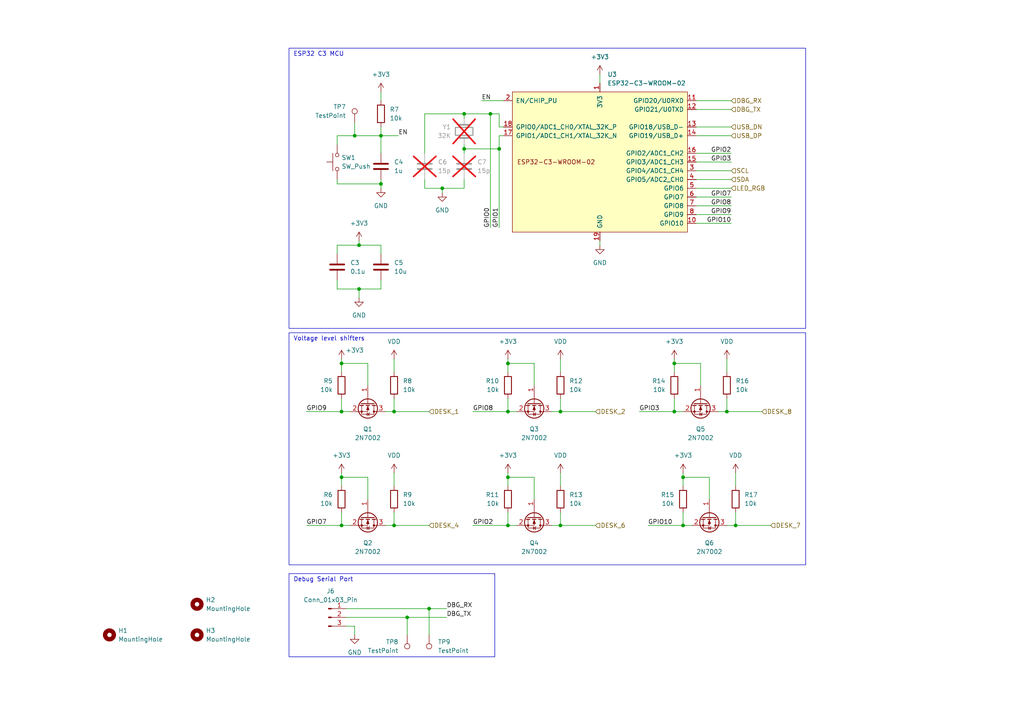
<source format=kicad_sch>
(kicad_sch (version 20231120) (generator "eeschema") (generator_version "8.0")
  (paper "A4")
  (title_block (title "(Risky) Upsy Desky") (date "2023-12-25") (rev "v2.0") (company "Petr Hodina"))
  (lib_symbols
    (symbol "+3V3_3" (power) (pin_names (offset 0))
      (property "Value" "+3V3_3" (at 0 3.556 0))
      (symbol "+3V3_3_0_1"
        (polyline (pts (xy -0.762 1.27) (xy 0 2.54)))
        (polyline (pts (xy 0 0) (xy 0 2.54)))
        (polyline (pts (xy 0 2.54) (xy 0.762 1.27)))
      )
      (symbol "+3V3_3_1_1"
        (pin power_in line (at 0 0 90) (length 0) hide (name "+3V3") (number "1"))
      )
    )
    (symbol "Connector:Conn_01x03_Pin" (pin_names (offset 1.016) hide)
      (property "Reference" "J" (at 0 5.08 0))
      (property "Value" "Conn_01x03_Pin" (at 0 -5.08 0))
      (symbol "Conn_01x03_Pin_1_1"
        (polyline (pts (xy 1.27 -2.54) (xy 0.8636 -2.54)) (stroke (width 0.1524)))
        (polyline (pts (xy 1.27 0) (xy 0.8636 0)) (stroke (width 0.1524)))
        (polyline (pts (xy 1.27 2.54) (xy 0.8636 2.54)) (stroke (width 0.1524)))
        (rectangle (start 0.8636 -2.413) (end 0 -2.667) (stroke (width 0.1524)) (fill (type outline)))
        (rectangle (start 0.8636 0.127) (end 0 -0.127) (stroke (width 0.1524)) (fill (type outline)))
        (rectangle (start 0.8636 2.667) (end 0 2.413) (stroke (width 0.1524)) (fill (type outline)))
        (pin passive line (at 5.08 2.54 180) (length 3.81) (name "Pin_1") (number "1"))
        (pin passive line (at 5.08 0 180) (length 3.81) (name "Pin_2") (number "2"))
        (pin passive line (at 5.08 -2.54 180) (length 3.81) (name "Pin_3") (number "3"))
      )
    )
    (symbol "Connector:TestPoint" (pin_numbers hide) (pin_names (offset 0.762) hide)
      (property "Reference" "TP" (at 0 6.858 0))
      (property "Value" "TestPoint" (at 0 5.08 0))
      (symbol "TestPoint_0_1"
        (circle (center 0 3.302) (radius 0.762))
      )
      (symbol "TestPoint_1_1"
        (pin passive line (at 0 0 90) (length 2.54) (name "1") (number "1"))
      )
    )
    (symbol "Device:C" (pin_numbers hide) (pin_names (offset 0.254))
      (property "Reference" "C" (at 0.635 2.54 0))
      (property "Value" "C" (at 0.635 -2.54 0))
      (symbol "C_0_1"
        (polyline (pts (xy -2.032 -0.762) (xy 2.032 -0.762)) (stroke (width 0.508)))
        (polyline (pts (xy -2.032 0.762) (xy 2.032 0.762)) (stroke (width 0.508)))
      )
      (symbol "C_1_1"
        (pin passive line (at 0 3.81 270) (length 2.794) (name "~") (number "1"))
        (pin passive line (at 0 -3.81 90) (length 2.794) (name "~") (number "2"))
      )
    )
    (symbol "Device:Crystal" (pin_numbers hide) (pin_names (offset 1.016) hide)
      (property "Reference" "Y" (at 0 3.81 0))
      (property "Value" "Crystal" (at 0 -3.81 0))
      (symbol "Crystal_0_1"
        (rectangle (start -1.143 2.54) (end 1.143 -2.54) (stroke (width 0.3048)))
        (polyline (pts (xy -2.54 0) (xy -1.905 0)))
        (polyline (pts (xy -1.905 -1.27) (xy -1.905 1.27)) (stroke (width 0.508)))
        (polyline (pts (xy 1.905 -1.27) (xy 1.905 1.27)) (stroke (width 0.508)))
        (polyline (pts (xy 2.54 0) (xy 1.905 0)))
      )
      (symbol "Crystal_1_1"
        (pin passive line (at -3.81 0 0) (length 1.27) (name "1") (number "1"))
        (pin passive line (at 3.81 0 180) (length 1.27) (name "2") (number "2"))
      )
    )
    (symbol "Device:R" (pin_numbers hide) (pin_names (offset 0))
      (property "Reference" "R" (at 2.032 0 90))
      (property "Value" "R" (at 0 0 90))
      (symbol "R_0_1"
        (rectangle (start -1.016 -2.54) (end 1.016 2.54) (stroke (width 0.254)))
      )
      (symbol "R_1_1"
        (pin passive line (at 0 3.81 270) (length 1.27) (name "~") (number "1"))
        (pin passive line (at 0 -3.81 90) (length 1.27) (name "~") (number "2"))
      )
    )
    (symbol "GND_3" (power) (pin_names (offset 0))
      (property "Value" "GND_3" (at 0 -3.81 0))
      (symbol "GND_3_0_1"
        (polyline (pts (xy 0 0) (xy 0 -1.27) (xy 1.27 -1.27) (xy 0 -2.54) (xy -1.27 -1.27) (xy 0 -1.27)))
      )
      (symbol "GND_3_1_1"
        (pin power_in line (at 0 0 270) (length 0) hide (name "GND") (number "1"))
      )
    )
    (symbol "GND_4" (power) (pin_names (offset 0))
      (property "Value" "GND_4" (at 0 -3.81 0))
      (symbol "GND_4_0_1"
        (polyline (pts (xy 0 0) (xy 0 -1.27) (xy 1.27 -1.27) (xy 0 -2.54) (xy -1.27 -1.27) (xy 0 -1.27)))
      )
      (symbol "GND_4_1_1"
        (pin power_in line (at 0 0 270) (length 0) hide (name "GND") (number "1"))
      )
    )
    (symbol "GND_5" (power) (pin_names (offset 0))
      (property "Value" "GND_5" (at 0 -3.81 0))
      (symbol "GND_5_0_1"
        (polyline (pts (xy 0 0) (xy 0 -1.27) (xy 1.27 -1.27) (xy 0 -2.54) (xy -1.27 -1.27) (xy 0 -1.27)))
      )
      (symbol "GND_5_1_1"
        (pin power_in line (at 0 0 270) (length 0) hide (name "GND") (number "1"))
      )
    )
    (symbol "GND_6" (power) (pin_names (offset 0))
      (property "Value" "GND_6" (at 0 -3.81 0))
      (symbol "GND_6_0_1"
        (polyline (pts (xy 0 0) (xy 0 -1.27) (xy 1.27 -1.27) (xy 0 -2.54) (xy -1.27 -1.27) (xy 0 -1.27)))
      )
      (symbol "GND_6_1_1"
        (pin power_in line (at 0 0 270) (length 0) hide (name "GND") (number "1"))
      )
    )
    (symbol "Mechanical:MountingHole" (pin_names (offset 1.016))
      (property "Reference" "H" (at 0 5.08 0))
      (property "Value" "MountingHole" (at 0 3.175 0))
      (symbol "MountingHole_0_1"
        (circle (center 0 0) (radius 1.27) (stroke (width 1.27)))
      )
    )
    (symbol "PCM_Espressif:ESP32-C3-WROOM-02" (pin_names (offset 1.016))
      (property "Reference" "U" (at -25.4 25.4 0))
      (property "Value" "ESP32-C3-WROOM-02" (at -25.4 22.86 0))
      (symbol "ESP32-C3-WROOM-02_0_0"
        (text "ESP32-C3-WROOM-02" (at -12.7 0 0) (effects (font (size 1.27 1.27))))
      )
      (symbol "ESP32-C3-WROOM-02_0_1"
        (rectangle (start 25.4 20.32) (end -25.4 -20.32) (fill (type background)))
      )
      (symbol "ESP32-C3-WROOM-02_1_1"
        (pin power_in line (at 0 22.86 270) (length 2.54) (name "3V3") (number "1"))
        (pin bidirectional line (at 27.94 -17.78 180) (length 2.54) (name "GPIO10") (number "10"))
        (pin bidirectional line (at 27.94 17.78 180) (length 2.54) (name "GPIO20/U0RXD") (number "11"))
        (pin bidirectional line (at 27.94 15.24 180) (length 2.54) (name "GPIO21/U0TXD") (number "12"))
        (pin bidirectional line (at 27.94 10.16 180) (length 2.54) (name "GPIO18/USB_D-") (number "13"))
        (pin bidirectional line (at 27.94 7.62 180) (length 2.54) (name "GPIO19/USB_D+") (number "14"))
        (pin bidirectional line (at 27.94 0 180) (length 2.54) (name "GPIO3/ADC1_CH3") (number "15"))
        (pin bidirectional line (at 27.94 2.54 180) (length 2.54) (name "GPIO2/ADC1_CH2") (number "16"))
        (pin bidirectional line (at -27.94 7.62 0) (length 2.54) (name "GPIO1/ADC1_CH1/XTAL_32K_N") (number "17"))
        (pin bidirectional line (at -27.94 10.16 0) (length 2.54) (name "GPIO0/ADC1_CH0/XTAL_32K_P") (number "18"))
        (pin power_in line (at 0 -22.86 90) (length 2.54) (name "GND") (number "19"))
        (pin input line (at -27.94 17.78 0) (length 2.54) (name "EN/CHIP_PU") (number "2"))
        (pin bidirectional line (at 27.94 -2.54 180) (length 2.54) (name "GPIO4/ADC1_CH4") (number "3"))
        (pin bidirectional line (at 27.94 -5.08 180) (length 2.54) (name "GPIO5/ADC2_CH0") (number "4"))
        (pin bidirectional line (at 27.94 -7.62 180) (length 2.54) (name "GPIO6") (number "5"))
        (pin bidirectional line (at 27.94 -10.16 180) (length 2.54) (name "GPIO7") (number "6"))
        (pin bidirectional line (at 27.94 -12.7 180) (length 2.54) (name "GPIO8") (number "7"))
        (pin bidirectional line (at 27.94 -15.24 180) (length 2.54) (name "GPIO9") (number "8"))
        (pin passive line (at 0 -22.86 90) (length 2.54) hide (name "GND") (number "9"))
      )
    )
    (symbol "Switch:SW_Push" (pin_numbers hide) (pin_names (offset 1.016) hide)
      (property "Reference" "SW" (at 1.27 2.54 0))
      (property "Value" "SW_Push" (at 0 -1.524 0))
      (symbol "SW_Push_0_1"
        (circle (center -2.032 0) (radius 0.508))
        (polyline (pts (xy 0 1.27) (xy 0 3.048)))
        (polyline (pts (xy 2.54 1.27) (xy -2.54 1.27)))
        (circle (center 2.032 0) (radius 0.508))
        (pin passive line (at -5.08 0 0) (length 2.54) (name "1") (number "1"))
        (pin passive line (at 5.08 0 180) (length 2.54) (name "2") (number "2"))
      )
    )
    (symbol "Transistor_FET:BSS138" (pin_names hide)
      (property "Reference" "Q" (at 5.08 1.905 0))
      (property "Value" "BSS138" (at 5.08 0 0))
      (symbol "BSS138_0_1"
        (polyline (pts (xy 0.254 0) (xy -2.54 0)))
        (polyline (pts (xy 0.254 1.905) (xy 0.254 -1.905)) (stroke (width 0.254)))
        (polyline (pts (xy 0.762 -1.27) (xy 0.762 -2.286)) (stroke (width 0.254)))
        (polyline (pts (xy 0.762 0.508) (xy 0.762 -0.508)) (stroke (width 0.254)))
        (polyline (pts (xy 0.762 2.286) (xy 0.762 1.27)) (stroke (width 0.254)))
        (polyline (pts (xy 2.54 2.54) (xy 2.54 1.778)))
        (polyline (pts (xy 2.54 -2.54) (xy 2.54 0) (xy 0.762 0)))
        (polyline (pts (xy 0.762 -1.778) (xy 3.302 -1.778) (xy 3.302 1.778) (xy 0.762 1.778)))
        (polyline (pts (xy 1.016 0) (xy 2.032 0.381) (xy 2.032 -0.381) (xy 1.016 0)) (fill (type outline)))
        (polyline (pts (xy 2.794 0.508) (xy 2.921 0.381) (xy 3.683 0.381) (xy 3.81 0.254)))
        (polyline (pts (xy 3.302 0.381) (xy 2.921 -0.254) (xy 3.683 -0.254) (xy 3.302 0.381)))
        (circle (center 1.651 0) (radius 2.794) (stroke (width 0.254)))
        (circle (center 2.54 -1.778) (radius 0.254) (fill (type outline)))
        (circle (center 2.54 1.778) (radius 0.254) (fill (type outline)))
      )
      (symbol "BSS138_1_1"
        (pin input line (at -5.08 0 0) (length 2.54) (name "G") (number "1"))
        (pin passive line (at 2.54 -5.08 90) (length 2.54) (name "S") (number "2"))
        (pin passive line (at 2.54 5.08 270) (length 2.54) (name "D") (number "3"))
      )
    )
    (symbol "power:+3V3" (power) (pin_names (offset 0))
      (property "Value" "+3V3" (at 0 3.556 0))
      (symbol "+3V3_0_1"
        (polyline (pts (xy -0.762 1.27) (xy 0 2.54)))
        (polyline (pts (xy 0 0) (xy 0 2.54)))
        (polyline (pts (xy 0 2.54) (xy 0.762 1.27)))
      )
      (symbol "+3V3_1_1"
        (pin power_in line (at 0 0 90) (length 0) hide (name "+3V3") (number "1"))
      )
    )
    (symbol "power:GND" (power) (pin_names (offset 0))
      (property "Value" "GND" (at 0 -3.81 0))
      (symbol "GND_0_1"
        (polyline (pts (xy 0 0) (xy 0 -1.27) (xy 1.27 -1.27) (xy 0 -2.54) (xy -1.27 -1.27) (xy 0 -1.27)))
      )
      (symbol "GND_1_1"
        (pin power_in line (at 0 0 270) (length 0) hide (name "GND") (number "1"))
      )
    )
    (symbol "power:VDD" (power) (pin_names (offset 0))
      (property "Value" "VDD" (at 0 3.81 0))
      (symbol "VDD_0_1"
        (polyline (pts (xy -0.762 1.27) (xy 0 2.54)))
        (polyline (pts (xy 0 0) (xy 0 2.54)))
        (polyline (pts (xy 0 2.54) (xy 0.762 1.27)))
      )
      (symbol "VDD_1_1"
        (pin power_in line (at 0 0 90) (length 0) hide (name "VDD") (number "1"))
      )
    )
  )
  (junction (at 147.32 119.38))
  (junction (at 110.49 39.37))
  (junction (at 213.36 152.4))
  (junction (at 102.87 39.37))
  (junction (at 147.32 152.4))
  (junction (at 210.82 119.38))
  (junction (at 104.14 83.82))
  (junction (at 134.62 43.18))
  (junction (at 142.24 33.02))
  (junction (at 128.27 54.61))
  (junction (at 134.62 33.02))
  (junction (at 99.06 138.43))
  (junction (at 114.3 119.38))
  (junction (at 162.56 119.38))
  (junction (at 147.32 138.43))
  (junction (at 110.49 53.34))
  (junction (at 99.06 119.38))
  (junction (at 144.78 43.18))
  (junction (at 104.14 71.12))
  (junction (at 99.06 105.41))
  (junction (at 114.3 152.4))
  (junction (at 147.32 105.41))
  (junction (at 99.06 152.4))
  (junction (at 162.56 152.4))
  (junction (at 198.12 138.43))
  (junction (at 195.58 105.41))
  (junction (at 124.46 176.53))
  (junction (at 118.11 179.07))
  (junction (at 198.12 152.4))
  (junction (at 195.58 119.38))
  (wire (pts (xy 97.79 41.91) (xy 97.79 39.37)))
  (wire (pts (xy 99.06 152.4) (xy 101.6 152.4)))
  (wire (pts (xy 106.68 138.43) (xy 106.68 144.78)))
  (wire (pts (xy 110.49 26.67) (xy 110.49 29.21)))
  (wire (pts (xy 201.93 57.15) (xy 212.09 57.15)))
  (wire (pts (xy 102.87 35.56) (xy 102.87 39.37)))
  (wire (pts (xy 99.06 138.43) (xy 106.68 138.43)))
  (wire (pts (xy 128.27 54.61) (xy 134.62 54.61)))
  (wire (pts (xy 99.06 119.38) (xy 101.6 119.38)))
  (wire (pts (xy 201.93 54.61) (xy 212.09 54.61)))
  (wire (pts (xy 195.58 119.38) (xy 198.12 119.38)))
  (wire (pts (xy 195.58 105.41) (xy 203.2 105.41)))
  (wire (pts (xy 210.82 152.4) (xy 213.36 152.4)))
  (wire (pts (xy 201.93 36.83) (xy 212.09 36.83)))
  (wire (pts (xy 144.78 39.37) (xy 146.05 39.37)))
  (wire (pts (xy 99.06 105.41) (xy 106.68 105.41)))
  (wire (pts (xy 154.94 138.43) (xy 154.94 144.78)))
  (wire (pts (xy 160.02 152.4) (xy 162.56 152.4)))
  (wire (pts (xy 100.33 176.53) (xy 124.46 176.53)))
  (wire (pts (xy 185.42 119.38) (xy 195.58 119.38)))
  (wire (pts (xy 139.7 29.21) (xy 146.05 29.21)))
  (wire (pts (xy 210.82 115.57) (xy 210.82 119.38)))
  (wire (pts (xy 208.28 119.38) (xy 210.82 119.38)))
  (wire (pts (xy 97.79 39.37) (xy 102.87 39.37)))
  (wire (pts (xy 104.14 71.12) (xy 110.49 71.12)))
  (wire (pts (xy 97.79 53.34) (xy 97.79 52.07)))
  (wire (pts (xy 162.56 104.14) (xy 162.56 107.95)))
  (wire (pts (xy 137.16 119.38) (xy 147.32 119.38)))
  (wire (pts (xy 106.68 105.41) (xy 106.68 111.76)))
  (wire (pts (xy 110.49 36.83) (xy 110.49 39.37)))
  (wire (pts (xy 187.96 152.4) (xy 198.12 152.4)))
  (wire (pts (xy 147.32 104.14) (xy 147.32 105.41)))
  (wire (pts (xy 100.33 181.61) (xy 102.87 181.61)))
  (wire (pts (xy 100.33 179.07) (xy 118.11 179.07)))
  (wire (pts (xy 195.58 105.41) (xy 195.58 107.95)))
  (wire (pts (xy 110.49 53.34) (xy 97.79 53.34)))
  (wire (pts (xy 137.16 152.4) (xy 147.32 152.4)))
  (wire (pts (xy 201.93 59.69) (xy 212.09 59.69)))
  (wire (pts (xy 102.87 181.61) (xy 102.87 184.15)))
  (wire (pts (xy 114.3 104.14) (xy 114.3 107.95)))
  (wire (pts (xy 104.14 83.82) (xy 97.79 83.82)))
  (wire (pts (xy 195.58 104.14) (xy 195.58 105.41)))
  (wire (pts (xy 99.06 105.41) (xy 99.06 107.95)))
  (wire (pts (xy 110.49 71.12) (xy 110.49 73.66)))
  (wire (pts (xy 198.12 148.59) (xy 198.12 152.4)))
  (wire (pts (xy 142.24 33.02) (xy 142.24 66.04)))
  (wire (pts (xy 124.46 176.53) (xy 124.46 184.15)))
  (wire (pts (xy 134.62 41.91) (xy 134.62 43.18)))
  (wire (pts (xy 134.62 33.02) (xy 142.24 33.02)))
  (wire (pts (xy 134.62 33.02) (xy 123.19 33.02)))
  (wire (pts (xy 128.27 54.61) (xy 128.27 55.88)))
  (wire (pts (xy 201.93 62.23) (xy 212.09 62.23)))
  (wire (pts (xy 213.36 148.59) (xy 213.36 152.4)))
  (wire (pts (xy 97.79 83.82) (xy 97.79 81.28)))
  (wire (pts (xy 201.93 29.21) (xy 212.09 29.21)))
  (wire (pts (xy 203.2 105.41) (xy 203.2 111.76)))
  (wire (pts (xy 147.32 138.43) (xy 147.32 140.97)))
  (wire (pts (xy 110.49 53.34) (xy 110.49 54.61)))
  (wire (pts (xy 142.24 33.02) (xy 144.78 33.02)))
  (wire (pts (xy 118.11 179.07) (xy 118.11 184.15)))
  (wire (pts (xy 123.19 54.61) (xy 128.27 54.61)))
  (wire (pts (xy 147.32 105.41) (xy 147.32 107.95)))
  (wire (pts (xy 147.32 105.41) (xy 154.94 105.41)))
  (wire (pts (xy 201.93 49.53) (xy 212.09 49.53)))
  (wire (pts (xy 154.94 105.41) (xy 154.94 111.76)))
  (wire (pts (xy 162.56 115.57) (xy 162.56 119.38)))
  (wire (pts (xy 198.12 152.4) (xy 200.66 152.4)))
  (wire (pts (xy 114.3 152.4) (xy 124.46 152.4)))
  (wire (pts (xy 205.74 138.43) (xy 205.74 144.78)))
  (wire (pts (xy 144.78 43.18) (xy 144.78 39.37)))
  (wire (pts (xy 198.12 137.16) (xy 198.12 138.43)))
  (wire (pts (xy 118.11 179.07) (xy 129.54 179.07)))
  (wire (pts (xy 201.93 64.77) (xy 212.09 64.77)))
  (wire (pts (xy 146.05 36.83) (xy 144.78 36.83)))
  (wire (pts (xy 198.12 138.43) (xy 198.12 140.97)))
  (wire (pts (xy 97.79 71.12) (xy 97.79 73.66)))
  (wire (pts (xy 99.06 137.16) (xy 99.06 138.43)))
  (wire (pts (xy 162.56 119.38) (xy 172.72 119.38)))
  (wire (pts (xy 201.93 46.99) (xy 212.09 46.99)))
  (wire (pts (xy 198.12 138.43) (xy 205.74 138.43)))
  (wire (pts (xy 88.9 152.4) (xy 99.06 152.4)))
  (wire (pts (xy 173.99 69.85) (xy 173.99 71.12)))
  (wire (pts (xy 110.49 83.82) (xy 104.14 83.82)))
  (wire (pts (xy 134.62 43.18) (xy 134.62 44.45)))
  (wire (pts (xy 144.78 43.18) (xy 144.78 66.04)))
  (wire (pts (xy 114.3 137.16) (xy 114.3 140.97)))
  (wire (pts (xy 144.78 36.83) (xy 144.78 33.02)))
  (wire (pts (xy 104.14 83.82) (xy 104.14 86.36)))
  (wire (pts (xy 201.93 31.75) (xy 212.09 31.75)))
  (wire (pts (xy 162.56 148.59) (xy 162.56 152.4)))
  (wire (pts (xy 99.06 138.43) (xy 99.06 140.97)))
  (wire (pts (xy 111.76 152.4) (xy 114.3 152.4)))
  (wire (pts (xy 195.58 115.57) (xy 195.58 119.38)))
  (wire (pts (xy 123.19 33.02) (xy 123.19 44.45)))
  (wire (pts (xy 162.56 137.16) (xy 162.56 140.97)))
  (wire (pts (xy 147.32 119.38) (xy 149.86 119.38)))
  (wire (pts (xy 114.3 119.38) (xy 124.46 119.38)))
  (wire (pts (xy 201.93 52.07) (xy 212.09 52.07)))
  (wire (pts (xy 213.36 137.16) (xy 213.36 140.97)))
  (wire (pts (xy 147.32 148.59) (xy 147.32 152.4)))
  (wire (pts (xy 213.36 152.4) (xy 223.52 152.4)))
  (wire (pts (xy 160.02 119.38) (xy 162.56 119.38)))
  (wire (pts (xy 201.93 44.45) (xy 212.09 44.45)))
  (wire (pts (xy 134.62 33.02) (xy 134.62 34.29)))
  (wire (pts (xy 210.82 104.14) (xy 210.82 107.95)))
  (wire (pts (xy 173.99 21.59) (xy 173.99 24.13)))
  (wire (pts (xy 99.06 104.14) (xy 99.06 105.41)))
  (wire (pts (xy 111.76 119.38) (xy 114.3 119.38)))
  (wire (pts (xy 110.49 39.37) (xy 115.57 39.37)))
  (wire (pts (xy 162.56 152.4) (xy 172.72 152.4)))
  (wire (pts (xy 104.14 69.85) (xy 104.14 71.12)))
  (wire (pts (xy 99.06 115.57) (xy 99.06 119.38)))
  (wire (pts (xy 124.46 176.53) (xy 129.54 176.53)))
  (wire (pts (xy 147.32 138.43) (xy 154.94 138.43)))
  (wire (pts (xy 110.49 81.28) (xy 110.49 83.82)))
  (wire (pts (xy 110.49 52.07) (xy 110.49 53.34)))
  (wire (pts (xy 123.19 52.07) (xy 123.19 54.61)))
  (wire (pts (xy 88.9 119.38) (xy 99.06 119.38)))
  (wire (pts (xy 110.49 39.37) (xy 110.49 44.45)))
  (wire (pts (xy 114.3 148.59) (xy 114.3 152.4)))
  (wire (pts (xy 201.93 39.37) (xy 212.09 39.37)))
  (wire (pts (xy 147.32 137.16) (xy 147.32 138.43)))
  (wire (pts (xy 102.87 39.37) (xy 110.49 39.37)))
  (wire (pts (xy 134.62 43.18) (xy 144.78 43.18)))
  (wire (pts (xy 99.06 148.59) (xy 99.06 152.4)))
  (wire (pts (xy 104.14 71.12) (xy 97.79 71.12)))
  (wire (pts (xy 134.62 52.07) (xy 134.62 54.61)))
  (wire (pts (xy 147.32 115.57) (xy 147.32 119.38)))
  (wire (pts (xy 210.82 119.38) (xy 220.98 119.38)))
  (wire (pts (xy 147.32 152.4) (xy 149.86 152.4)))
  (wire (pts (xy 114.3 115.57) (xy 114.3 119.38)))
  (rectangle (start 83.82 96.52) (end 233.68 163.83))
  (rectangle (start 83.82 13.97) (end 233.68 95.25))
  (rectangle (start 83.82 166.37) (end 143.51 190.5))
  (text "Debug Serial Port" (at 85.09 168.91 0) (effects (font (size 1.27 1.27)) (justify left bottom)))
  (text "Voltage level shifters" (at 85.09 99.06 0) (effects (font (size 1.27 1.27)) (justify left bottom)))
  (text "ESP32 C3 MCU" (at 85.09 16.51 0) (effects (font (size 1.27 1.27)) (justify left bottom)))
  (label "GPIO7" (at 88.9 152.4 0))
  (label "GPIO3" (at 212.09 46.99 180))
  (label "GPIO7" (at 212.09 57.15 180))
  (label "GPIO8" (at 212.09 59.69 180))
  (label "GPIO0" (at 142.24 66.04 90))
  (label "GPIO2" (at 137.16 152.4 0))
  (label "DBG_RX" (at 129.54 176.53 0))
  (label "GPIO9" (at 212.09 62.23 180))
  (label "GPIO2" (at 212.09 44.45 180))
  (label "GPIO10" (at 212.09 64.77 180))
  (label "GPIO10" (at 187.96 152.4 0))
  (label "EN" (at 115.57 39.37 0))
  (label "GPIO3" (at 185.42 119.38 0))
  (label "GPIO8" (at 137.16 119.38 0))
  (label "EN" (at 139.7 29.21 0))
  (label "DBG_TX" (at 129.54 179.07 0))
  (label "GPIO9" (at 88.9 119.38 0))
  (label "GPIO1" (at 144.78 66.04 90))
  (hierarchical_label "DESK_7" (shape input) (at 223.52 152.4 0))
  (hierarchical_label "DBG_TX" (shape input) (at 212.09 31.75 0))
  (hierarchical_label "DESK_8" (shape input) (at 220.98 119.38 0))
  (hierarchical_label "SCL" (shape input) (at 212.09 49.53 0))
  (hierarchical_label "DESK_4" (shape input) (at 124.46 152.4 0))
  (hierarchical_label "SDA" (shape input) (at 212.09 52.07 0))
  (hierarchical_label "DBG_RX" (shape input) (at 212.09 29.21 0))
  (hierarchical_label "USB_DP" (shape input) (at 212.09 39.37 0))
  (hierarchical_label "USB_DN" (shape input) (at 212.09 36.83 0))
  (hierarchical_label "DESK_6" (shape input) (at 172.72 152.4 0))
  (hierarchical_label "DESK_2" (shape input) (at 172.72 119.38 0))
  (hierarchical_label "LED_RGB" (shape input) (at 212.09 54.61 0))
  (hierarchical_label "DESK_1" (shape input) (at 124.46 119.38 0))
  (symbol (lib_id "Device:C") (at 97.79 77.47 0) (unit 1)
    (property "Reference" "C3" (at 101.6 76.1999 0) (effects (justify left)))
    (property "Value" "0.1u" (at 101.6 78.7399 0) (effects (justify left)))
    (property "Footprint" "Capacitor_SMD:C_0402_1005Metric" (effects (hide yes)))
    (property "LCSC" "C1525" (effects (hide yes)))
    (property "Checked" "Y" (effects (hide yes)))
    (property "Comment" "Any 5V or higher rated capacitor will work fine" (effects (hide yes)))
    (property "Package" "0402" (effects (hide yes)))
    (property "MPN" "0402B104K160HI" (effects (hide yes)))
  )
  (symbol (lib_id "Transistor_FET:BSS138") (at 106.68 149.86 270) (unit 1)
    (property "Reference" "Q2" (at 106.68 157.48 90))
    (property "Value" "2N7002" (at 106.68 160.02 90))
    (property "Footprint" "Package_TO_SOT_SMD:SOT-23" (effects (hide yes)))
    (property "Datasheet" "https://www.onsemi.com/pub/Collateral/BSS138-D.PDF" (effects (hide yes)))
    (property "LCSC" "C8545" (effects (hide yes)))
    (property "Checked" "Y" (effects (hide yes)))
    (property "MPN" "2N7002" (effects (hide yes)))
    (property "Package" "SOT-23" (effects (hide yes)))
  )
  (symbol (lib_id "power:VDD") (at 114.3 137.16 0) (unit 1)
    (property "Reference" "#PWR019" (effects (hide yes)))
    (property "Value" "VDD" (at 114.3 132.08 0))
  )
  (symbol (lib_id "Connector:TestPoint") (at 102.87 35.56 0) (unit 1)
    (property "Reference" "TP7" (at 100.33 30.988 0) (effects (justify right)))
    (property "Value" "TestPoint" (at 100.33 33.528 0) (effects (justify right)))
    (property "Footprint" "TestPoint:TestPoint_Pad_D1.0mm" (effects (hide yes)))
  )
  (symbol (lib_id "Device:R") (at 99.06 111.76 180) (unit 1)
    (property "Reference" "R5" (at 96.52 110.4899 0) (effects (justify left)))
    (property "Value" "10k" (at 96.52 113.0299 0) (effects (justify left)))
    (property "Footprint" "Resistor_SMD:R_0402_1005Metric" (effects (hide yes)))
    (property "LCSC" "C25744" (effects (hide yes)))
    (property "Checked" "Y" (effects (hide yes)))
    (property "Comment" "Any 5V or higher rated resistor will work fine" (effects (hide yes)))
    (property "Package" "0402" (effects (hide yes)))
    (property "MPN" "RC0402JR-1310KL" (effects (hide yes)))
  )
  (symbol (lib_id "Device:C") (at 134.62 48.26 0) (unit 1) (dnp yes)
    (property "Reference" "C7" (at 138.43 46.99 0) (effects (justify left)))
    (property "Value" "15p" (at 138.43 49.53 0) (effects (justify left)))
    (property "Footprint" "Capacitor_SMD:C_0402_1005Metric" (effects (hide yes)))
  )
  (symbol (lib_id "power:VDD") (at 210.82 104.14 0) (unit 1)
    (property "Reference" "#PWR031" (effects (hide yes)))
    (property "Value" "VDD" (at 210.82 99.06 0))
  )
  (symbol (lib_name "GND_6") (lib_id "power:GND") (at 128.27 55.88 0) (unit 1)
    (property "Reference" "#PWR020" (effects (hide yes)))
    (property "Value" "GND" (at 128.27 60.96 0))
  )
  (symbol (lib_id "Transistor_FET:BSS138") (at 205.74 149.86 270) (unit 1)
    (property "Reference" "Q6" (at 205.74 157.48 90))
    (property "Value" "2N7002" (at 205.74 160.02 90))
    (property "Footprint" "Package_TO_SOT_SMD:SOT-23" (effects (hide yes)))
    (property "Datasheet" "https://www.onsemi.com/pub/Collateral/BSS138-D.PDF" (effects (hide yes)))
    (property "LCSC" "C8545" (effects (hide yes)))
    (property "Checked" "Y" (effects (hide yes)))
    (property "MPN" "2N7002" (effects (hide yes)))
    (property "Package" "SOT-23" (effects (hide yes)))
  )
  (symbol (lib_id "Device:R") (at 195.58 111.76 180) (unit 1)
    (property "Reference" "R14" (at 193.04 110.4899 0) (effects (justify left)))
    (property "Value" "10k" (at 193.04 113.0299 0) (effects (justify left)))
    (property "Footprint" "Resistor_SMD:R_0402_1005Metric" (effects (hide yes)))
    (property "LCSC" "C25744" (effects (hide yes)))
    (property "Checked" "Y" (effects (hide yes)))
    (property "Comment" "Any 5V or higher rated resistor will work fine" (effects (hide yes)))
    (property "Package" "0402" (effects (hide yes)))
    (property "MPN" "RC0402JR-1310KL" (effects (hide yes)))
  )
  (symbol (lib_id "Switch:SW_Push") (at 97.79 46.99 90) (unit 1)
    (property "Reference" "SW1" (at 99.06 45.72 90) (effects (justify right)))
    (property "Value" "SW_Push" (at 99.06 48.26 90) (effects (justify right)))
    (property "Footprint" "Button_Switch_SMD:SW_Push_1P1T_NO_CK_KMR2" (effects (hide yes)))
  )
  (symbol (lib_id "Connector:TestPoint") (at 118.11 184.15 0) (mirror x) (unit 1)
    (property "Reference" "TP8" (at 115.57 186.182 0) (effects (justify right)))
    (property "Value" "TestPoint" (at 115.57 188.722 0) (effects (justify right)))
    (property "Footprint" "TestPoint:TestPoint_Pad_D1.0mm" (effects (hide yes)))
  )
  (symbol (lib_id "power:+3V3") (at 198.12 137.16 0) (unit 1)
    (property "Reference" "#PWR028" (effects (hide yes)))
    (property "Value" "+3V3" (at 198.12 132.08 0))
  )
  (symbol (lib_id "Device:C") (at 110.49 77.47 0) (unit 1)
    (property "Reference" "C5" (at 114.3 76.1999 0) (effects (justify left)))
    (property "Value" "10u" (at 114.3 78.7399 0) (effects (justify left)))
    (property "Footprint" "Capacitor_SMD:C_0402_1005Metric" (effects (hide yes)))
    (property "LCSC" "C15525" (effects (hide yes)))
    (property "Checked" "Y" (effects (hide yes)))
    (property "Comment" "Any 5V or higher rated capacitor will work fine" (effects (hide yes)))
    (property "Package" "0402" (effects (hide yes)))
    (property "MPN" "GRM155R60J106ME05J" (effects (hide yes)))
  )
  (symbol (lib_id "Mechanical:MountingHole") (at 31.75 184.15 0) (unit 1)
    (property "Reference" "H1" (at 34.29 182.88 0) (effects (justify left)))
    (property "Value" "MountingHole" (at 34.29 185.42 0) (effects (justify left)))
    (property "Footprint" "MountingHole:MountingHole_2.2mm_M2_Pad" (effects (hide yes)))
  )
  (symbol (lib_id "Device:C") (at 123.19 48.26 0) (unit 1) (dnp yes)
    (property "Reference" "C6" (at 127 46.99 0) (effects (justify left)))
    (property "Value" "15p" (at 127 49.53 0) (effects (justify left)))
    (property "Footprint" "Capacitor_SMD:C_0402_1005Metric" (effects (hide yes)))
  )
  (symbol (lib_id "Connector:TestPoint") (at 124.46 184.15 180) (unit 1)
    (property "Reference" "TP9" (at 127 186.182 0) (effects (justify right)))
    (property "Value" "TestPoint" (at 127 188.722 0) (effects (justify right)))
    (property "Footprint" "TestPoint:TestPoint_Pad_D1.0mm" (effects (hide yes)))
  )
  (symbol (lib_id "Device:R") (at 162.56 111.76 180) (unit 1)
    (property "Reference" "R12" (at 165.1 110.4899 0) (effects (justify right)))
    (property "Value" "10k" (at 165.1 113.0299 0) (effects (justify right)))
    (property "Footprint" "Resistor_SMD:R_0402_1005Metric" (effects (hide yes)))
    (property "LCSC" "C25744" (effects (hide yes)))
    (property "Checked" "Y" (effects (hide yes)))
    (property "Comment" "Any 5V or higher rated resistor will work fine" (effects (hide yes)))
    (property "Package" "0402" (effects (hide yes)))
    (property "MPN" "RC0402JR-1310KL" (effects (hide yes)))
  )
  (symbol (lib_id "PCM_Espressif:ESP32-C3-WROOM-02") (at 173.99 46.99 0) (unit 1)
    (property "Reference" "U3" (at 176.1841 21.59 0) (effects (justify left)))
    (property "Value" "ESP32-C3-WROOM-02" (at 176.1841 24.13 0) (effects (justify left)))
    (property "Footprint" "PCM_Espressif:ESP32-C3-WROOM-02" (effects (hide yes)))
    (property "Datasheet" "https://www.espressif.com/sites/default/files/documentation/esp32-c3-wroom-02_datasheet_en.pdf" (effects (hide yes)))
  )
  (symbol (lib_id "Mechanical:MountingHole") (at 57.15 175.26 0) (unit 1)
    (property "Reference" "H2" (at 59.69 173.99 0) (effects (justify left)))
    (property "Value" "MountingHole" (at 59.69 176.53 0) (effects (justify left)))
    (property "Footprint" "MountingHole:MountingHole_2.2mm_M2_Pad" (effects (hide yes)))
  )
  (symbol (lib_id "Device:R") (at 114.3 111.76 180) (unit 1)
    (property "Reference" "R8" (at 116.84 110.4899 0) (effects (justify right)))
    (property "Value" "10k" (at 116.84 113.0299 0) (effects (justify right)))
    (property "Footprint" "Resistor_SMD:R_0402_1005Metric" (effects (hide yes)))
    (property "LCSC" "C25744" (effects (hide yes)))
    (property "Checked" "Y" (effects (hide yes)))
    (property "Comment" "Any 5V or higher rated resistor will work fine" (effects (hide yes)))
    (property "Package" "0402" (effects (hide yes)))
    (property "MPN" "RC0402JR-1310KL" (effects (hide yes)))
  )
  (symbol (lib_name "GND_4") (lib_id "power:GND") (at 173.99 71.12 0) (unit 1)
    (property "Reference" "#PWR026" (effects (hide yes)))
    (property "Value" "GND" (at 173.99 76.2 0))
  )
  (symbol (lib_id "power:VDD") (at 213.36 137.16 0) (unit 1)
    (property "Reference" "#PWR034" (effects (hide yes)))
    (property "Value" "VDD" (at 213.36 132.08 0))
  )
  (symbol (lib_id "power:VDD") (at 162.56 104.14 0) (unit 1)
    (property "Reference" "#PWR023" (effects (hide yes)))
    (property "Value" "VDD" (at 162.56 99.06 0))
  )
  (symbol (lib_id "Transistor_FET:BSS138") (at 203.2 116.84 270) (unit 1)
    (property "Reference" "Q5" (at 203.2 124.46 90))
    (property "Value" "2N7002" (at 203.2 127 90))
    (property "Footprint" "Package_TO_SOT_SMD:SOT-23" (effects (hide yes)))
    (property "Datasheet" "https://www.onsemi.com/pub/Collateral/BSS138-D.PDF" (effects (hide yes)))
    (property "LCSC" "C8545" (effects (hide yes)))
    (property "Checked" "Y" (effects (hide yes)))
    (property "MPN" "2N7002" (effects (hide yes)))
    (property "Package" "SOT-23" (effects (hide yes)))
  )
  (symbol (lib_id "power:+3V3") (at 195.58 104.14 0) (unit 1)
    (property "Reference" "#PWR027" (effects (hide yes)))
    (property "Value" "+3V3" (at 195.58 99.06 0))
  )
  (symbol (lib_id "Device:R") (at 213.36 144.78 180) (unit 1)
    (property "Reference" "R17" (at 215.9 143.5099 0) (effects (justify right)))
    (property "Value" "10k" (at 215.9 146.0499 0) (effects (justify right)))
    (property "Footprint" "Resistor_SMD:R_0402_1005Metric" (effects (hide yes)))
    (property "LCSC" "C25744" (effects (hide yes)))
    (property "Checked" "Y" (effects (hide yes)))
    (property "Comment" "Any 5V or higher rated resistor will work fine" (effects (hide yes)))
    (property "Package" "0402" (effects (hide yes)))
    (property "MPN" "RC0402JR-1310KL" (effects (hide yes)))
  )
  (symbol (lib_id "Transistor_FET:BSS138") (at 154.94 149.86 270) (unit 1)
    (property "Reference" "Q4" (at 154.94 157.48 90))
    (property "Value" "2N7002" (at 154.94 160.02 90))
    (property "Footprint" "Package_TO_SOT_SMD:SOT-23" (effects (hide yes)))
    (property "Datasheet" "https://www.onsemi.com/pub/Collateral/BSS138-D.PDF" (effects (hide yes)))
    (property "LCSC" "C8545" (effects (hide yes)))
    (property "Checked" "Y" (effects (hide yes)))
    (property "MPN" "2N7002" (effects (hide yes)))
    (property "Package" "SOT-23" (effects (hide yes)))
  )
  (symbol (lib_id "power:+3V3") (at 99.06 104.14 0) (unit 1)
    (property "Reference" "#PWR03" (effects (hide yes)))
    (property "Value" "+3V3" (at 102.87 101.6 0))
  )
  (symbol (lib_id "power:GND") (at 110.49 54.61 0) (unit 1)
    (property "Reference" "#PWR015" (effects (hide yes)))
    (property "Value" "GND" (at 110.49 59.69 0))
  )
  (symbol (lib_id "power:+3V3") (at 173.99 21.59 0) (unit 1)
    (property "Reference" "#PWR025" (effects (hide yes)))
    (property "Value" "+3V3" (at 173.99 16.51 0))
  )
  (symbol (lib_id "power:+3V3") (at 99.06 137.16 0) (unit 1)
    (property "Reference" "#PWR011" (effects (hide yes)))
    (property "Value" "+3V3" (at 99.06 132.08 0))
  )
  (symbol (lib_id "power:+3V3") (at 110.49 26.67 0) (unit 1)
    (property "Reference" "#PWR014" (effects (hide yes)))
    (property "Value" "+3V3" (at 110.49 21.59 0))
  )
  (symbol (lib_id "Device:R") (at 110.49 33.02 0) (unit 1)
    (property "Reference" "R7" (at 113.03 31.7499 0) (effects (justify left)))
    (property "Value" "10k" (at 113.03 34.2899 0) (effects (justify left)))
    (property "Footprint" "Resistor_SMD:R_0402_1005Metric" (effects (hide yes)))
    (property "LCSC" "C25744" (effects (hide yes)))
    (property "Checked" "Y" (effects (hide yes)))
    (property "Comment" "Any 5V or higher rated resistor will work fine" (effects (hide yes)))
    (property "Package" "0402" (effects (hide yes)))
    (property "MPN" "RC0402JR-1310KL" (effects (hide yes)))
  )
  (symbol (lib_id "Device:R") (at 210.82 111.76 180) (unit 1)
    (property "Reference" "R16" (at 213.36 110.4899 0) (effects (justify right)))
    (property "Value" "10k" (at 213.36 113.0299 0) (effects (justify right)))
    (property "Footprint" "Resistor_SMD:R_0402_1005Metric" (effects (hide yes)))
    (property "LCSC" "C25744" (effects (hide yes)))
    (property "Checked" "Y" (effects (hide yes)))
    (property "Comment" "Any 5V or higher rated resistor will work fine" (effects (hide yes)))
    (property "Package" "0402" (effects (hide yes)))
    (property "MPN" "RC0402JR-1310KL" (effects (hide yes)))
  )
  (symbol (lib_id "power:+3V3") (at 147.32 104.14 0) (unit 1)
    (property "Reference" "#PWR021" (effects (hide yes)))
    (property "Value" "+3V3" (at 147.32 99.06 0))
  )
  (symbol (lib_id "Device:R") (at 147.32 111.76 180) (unit 1)
    (property "Reference" "R10" (at 144.78 110.4899 0) (effects (justify left)))
    (property "Value" "10k" (at 144.78 113.0299 0) (effects (justify left)))
    (property "Footprint" "Resistor_SMD:R_0402_1005Metric" (effects (hide yes)))
    (property "LCSC" "C25744" (effects (hide yes)))
    (property "Checked" "Y" (effects (hide yes)))
    (property "Comment" "Any 5V or higher rated resistor will work fine" (effects (hide yes)))
    (property "Package" "0402" (effects (hide yes)))
    (property "MPN" "RC0402JR-1310KL" (effects (hide yes)))
  )
  (symbol (lib_id "Device:R") (at 198.12 144.78 180) (unit 1)
    (property "Reference" "R15" (at 195.58 143.5099 0) (effects (justify left)))
    (property "Value" "10k" (at 195.58 146.0499 0) (effects (justify left)))
    (property "Footprint" "Resistor_SMD:R_0402_1005Metric" (effects (hide yes)))
    (property "LCSC" "C25744" (effects (hide yes)))
    (property "Checked" "Y" (effects (hide yes)))
    (property "Comment" "Any 5V or higher rated resistor will work fine" (effects (hide yes)))
    (property "Package" "0402" (effects (hide yes)))
    (property "MPN" "RC0402JR-1310KL" (effects (hide yes)))
  )
  (symbol (lib_id "Mechanical:MountingHole") (at 57.15 184.15 0) (unit 1)
    (property "Reference" "H3" (at 59.69 182.88 0) (effects (justify left)))
    (property "Value" "MountingHole" (at 59.69 185.42 0) (effects (justify left)))
    (property "Footprint" "MountingHole:MountingHole_2.2mm_M2_Pad" (effects (hide yes)))
  )
  (symbol (lib_id "Device:R") (at 162.56 144.78 180) (unit 1)
    (property "Reference" "R13" (at 165.1 143.5099 0) (effects (justify right)))
    (property "Value" "10k" (at 165.1 146.0499 0) (effects (justify right)))
    (property "Footprint" "Resistor_SMD:R_0402_1005Metric" (effects (hide yes)))
    (property "LCSC" "C25744" (effects (hide yes)))
    (property "Checked" "Y" (effects (hide yes)))
    (property "Comment" "Any 5V or higher rated resistor will work fine" (effects (hide yes)))
    (property "Package" "0402" (effects (hide yes)))
    (property "MPN" "RC0402JR-1310KL" (effects (hide yes)))
  )
  (symbol (lib_id "Device:C") (at 110.49 48.26 0) (unit 1)
    (property "Reference" "C4" (at 114.3 46.9899 0) (effects (justify left)))
    (property "Value" "1u" (at 114.3 49.5299 0) (effects (justify left)))
    (property "Footprint" "Capacitor_SMD:C_0402_1005Metric" (effects (hide yes)))
    (property "LCSC" "C52923" (effects (hide yes)))
    (property "Checked" "Y" (effects (hide yes)))
    (property "Comment" "Any 5V or higher rated capacitor will work fine" (effects (hide yes)))
    (property "Package" "0402" (effects (hide yes)))
    (property "MPN" "0402W105K100HI" (effects (hide yes)))
  )
  (symbol (lib_id "Device:Crystal") (at 134.62 38.1 90) (unit 1) (dnp yes)
    (property "Reference" "Y1" (at 130.81 36.83 90) (effects (justify left)))
    (property "Value" "32K" (at 130.81 39.37 90) (effects (justify left)))
    (property "Footprint" "Crystal:Crystal_SMD_2012-2Pin_2.0x1.2mm" (effects (hide yes)))
  )
  (symbol (lib_id "power:VDD") (at 114.3 104.14 0) (unit 1)
    (property "Reference" "#PWR018" (effects (hide yes)))
    (property "Value" "VDD" (at 114.3 99.06 0))
  )
  (symbol (lib_id "Connector:Conn_01x03_Pin") (at 95.25 179.07 0) (unit 1)
    (property "Reference" "J6" (at 95.885 171.45 0))
    (property "Value" "Conn_01x03_Pin" (at 95.885 173.99 0))
    (property "Footprint" "Connector_JST:JST_EH_B3B-EH-A_1x03_P2.50mm_Vertical" (effects (hide yes)))
  )
  (symbol (lib_name "+3V3_3") (lib_id "power:+3V3") (at 104.14 69.85 0) (unit 1)
    (property "Reference" "#PWR012" (effects (hide yes)))
    (property "Value" "+3V3" (at 104.14 64.77 0))
  )
  (symbol (lib_id "power:+3V3") (at 147.32 137.16 0) (unit 1)
    (property "Reference" "#PWR022" (effects (hide yes)))
    (property "Value" "+3V3" (at 147.32 132.08 0))
  )
  (symbol (lib_name "GND_5") (lib_id "power:GND") (at 102.87 184.15 0) (unit 1)
    (property "Reference" "#PWR033" (effects (hide yes)))
    (property "Value" "GND" (at 102.87 189.23 0))
  )
  (symbol (lib_id "Transistor_FET:BSS138") (at 106.68 116.84 270) (unit 1)
    (property "Reference" "Q1" (at 106.68 124.46 90))
    (property "Value" "2N7002" (at 106.68 127 90))
    (property "Footprint" "Package_TO_SOT_SMD:SOT-23" (effects (hide yes)))
    (property "Datasheet" "https://www.onsemi.com/pub/Collateral/BSS138-D.PDF" (effects (hide yes)))
    (property "LCSC" "C8545" (effects (hide yes)))
    (property "Checked" "Y" (effects (hide yes)))
    (property "MPN" "2N7002" (effects (hide yes)))
    (property "Package" "SOT-23" (effects (hide yes)))
  )
  (symbol (lib_id "Device:R") (at 114.3 144.78 180) (unit 1)
    (property "Reference" "R9" (at 116.84 143.5099 0) (effects (justify right)))
    (property "Value" "10k" (at 116.84 146.0499 0) (effects (justify right)))
    (property "Footprint" "Resistor_SMD:R_0402_1005Metric" (effects (hide yes)))
    (property "LCSC" "C25744" (effects (hide yes)))
    (property "Checked" "Y" (effects (hide yes)))
    (property "Comment" "Any 5V or higher rated resistor will work fine" (effects (hide yes)))
    (property "Package" "0402" (effects (hide yes)))
    (property "MPN" "RC0402JR-1310KL" (effects (hide yes)))
  )
  (symbol (lib_id "Device:R") (at 99.06 144.78 180) (unit 1)
    (property "Reference" "R6" (at 96.52 143.5099 0) (effects (justify left)))
    (property "Value" "10k" (at 96.52 146.0499 0) (effects (justify left)))
    (property "Footprint" "Resistor_SMD:R_0402_1005Metric" (effects (hide yes)))
    (property "LCSC" "C25744" (effects (hide yes)))
    (property "Checked" "Y" (effects (hide yes)))
    (property "Comment" "Any 5V or higher rated resistor will work fine" (effects (hide yes)))
    (property "Package" "0402" (effects (hide yes)))
    (property "MPN" "RC0402JR-1310KL" (effects (hide yes)))
  )
  (symbol (lib_name "GND_3") (lib_id "power:GND") (at 104.14 86.36 0) (unit 1)
    (property "Reference" "#PWR013" (effects (hide yes)))
    (property "Value" "GND" (at 104.14 91.44 0))
  )
  (symbol (lib_id "Transistor_FET:BSS138") (at 154.94 116.84 270) (unit 1)
    (property "Reference" "Q3" (at 154.94 124.46 90))
    (property "Value" "2N7002" (at 154.94 127 90))
    (property "Footprint" "Package_TO_SOT_SMD:SOT-23" (effects (hide yes)))
    (property "Datasheet" "https://www.onsemi.com/pub/Collateral/BSS138-D.PDF" (effects (hide yes)))
    (property "LCSC" "C8545" (effects (hide yes)))
    (property "Checked" "Y" (effects (hide yes)))
    (property "MPN" "2N7002" (effects (hide yes)))
    (property "Package" "SOT-23" (effects (hide yes)))
  )
  (symbol (lib_id "Device:R") (at 147.32 144.78 180) (unit 1)
    (property "Reference" "R11" (at 144.78 143.5099 0) (effects (justify left)))
    (property "Value" "10k" (at 144.78 146.0499 0) (effects (justify left)))
    (property "Footprint" "Resistor_SMD:R_0402_1005Metric" (effects (hide yes)))
    (property "LCSC" "C25744" (effects (hide yes)))
    (property "Checked" "Y" (effects (hide yes)))
    (property "Comment" "Any 5V or higher rated resistor will work fine" (effects (hide yes)))
    (property "Package" "0402" (effects (hide yes)))
    (property "MPN" "RC0402JR-1310KL" (effects (hide yes)))
  )
  (symbol (lib_id "power:VDD") (at 162.56 137.16 0) (unit 1)
    (property "Reference" "#PWR024" (effects (hide yes)))
    (property "Value" "VDD" (at 162.56 132.08 0))
  )
)
</source>
